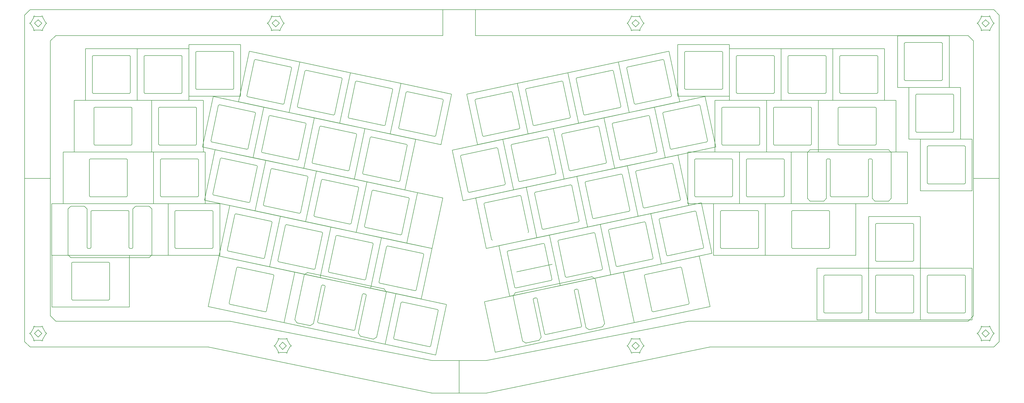
<source format=gbr>
G04 #@! TF.GenerationSoftware,KiCad,Pcbnew,(5.1.5)-3*
G04 #@! TF.CreationDate,2020-04-11T10:21:21+07:00*
G04 #@! TF.ProjectId,arisu,61726973-752e-46b6-9963-61645f706362,1.1*
G04 #@! TF.SameCoordinates,Original*
G04 #@! TF.FileFunction,Other,ECO2*
%FSLAX46Y46*%
G04 Gerber Fmt 4.6, Leading zero omitted, Abs format (unit mm)*
G04 Created by KiCad (PCBNEW (5.1.5)-3) date 2020-04-11 10:21:21*
%MOMM*%
%LPD*%
G04 APERTURE LIST*
%ADD10C,0.200000*%
G04 APERTURE END LIST*
D10*
X84243370Y-63547863D02*
X84012299Y-63192045D01*
X124065742Y-58006322D02*
X124421560Y-57775252D01*
X102646009Y-67152772D02*
X105432032Y-54045595D01*
X134617966Y-74255340D02*
X121510789Y-71469316D01*
X100492387Y-52995639D02*
X97706364Y-66102815D01*
X172728354Y-45986161D02*
X168767627Y-64619871D01*
X102877079Y-67508590D02*
X102646009Y-67152772D01*
X97350546Y-66333886D02*
X97350546Y-66333886D01*
X121510789Y-71469316D02*
X121279719Y-71113499D01*
X118222544Y-73351787D02*
X118222544Y-73351787D01*
X97706364Y-66102815D02*
X97350546Y-66333886D01*
X122183271Y-54718077D02*
X140816981Y-58678804D01*
X115984256Y-70294613D02*
X115984256Y-70294613D01*
X154094644Y-42025434D02*
X172728354Y-45986161D01*
X124421560Y-57775252D02*
X137528736Y-60561275D01*
X168767627Y-64619871D02*
X150133917Y-60659144D01*
X136856254Y-77312514D02*
X118222544Y-73351787D01*
X99588834Y-69391060D02*
X99588834Y-69391060D01*
X118222544Y-73351787D02*
X122183271Y-54718077D01*
X118895026Y-56600548D02*
X119126097Y-56956366D01*
X80955125Y-65430333D02*
X84915851Y-46796624D01*
X84012299Y-63192045D02*
X86798322Y-50084868D01*
X122183271Y-54718077D02*
X118222544Y-73351787D01*
X137759807Y-60917092D02*
X134973784Y-74024269D01*
X118222544Y-73351787D02*
X99588834Y-69391060D01*
X87154140Y-49853798D02*
X100261316Y-52639821D01*
X105787850Y-53814525D02*
X118895026Y-56600548D01*
X115984256Y-70294613D02*
X102877079Y-67508590D01*
X103549561Y-50757350D02*
X99588834Y-69391060D01*
X86798322Y-50084868D02*
X87154140Y-49853798D01*
X99588834Y-69391060D02*
X80955125Y-65430333D01*
X97350546Y-66333886D02*
X84243370Y-63547863D01*
X168767627Y-64619871D02*
X168767627Y-64619871D01*
X119126097Y-56956366D02*
X116340074Y-70063542D01*
X134973784Y-74024269D02*
X134617966Y-74255340D01*
X105432032Y-54045595D02*
X105787850Y-53814525D01*
X134617966Y-74255340D02*
X134617966Y-74255340D01*
X103549561Y-50757350D02*
X122183271Y-54718077D01*
X84915851Y-46796624D02*
X103549561Y-50757350D01*
X99588834Y-69391060D02*
X103549561Y-50757350D01*
X140816981Y-58678804D02*
X136856254Y-77312514D01*
X116340074Y-70063542D02*
X115984256Y-70294613D01*
X100261316Y-52639821D02*
X100492387Y-52995639D01*
X121279719Y-71113499D02*
X124065742Y-58006322D01*
X137528736Y-60561275D02*
X137759807Y-60917092D01*
X150133917Y-60659144D02*
X154094644Y-42025434D01*
X288300019Y-105394998D02*
X288300019Y-86344998D01*
X311668769Y-102869998D02*
X311668769Y-102869998D01*
X297968769Y-89169998D02*
X298268769Y-88869998D01*
X79450000Y-83520000D02*
X79150000Y-83820000D01*
X65750000Y-69820000D02*
X79150000Y-69820000D01*
X311668769Y-88869998D02*
X311968769Y-89169998D01*
X65450000Y-70120000D02*
X65750000Y-69820000D01*
X311968769Y-102569998D02*
X311668769Y-102869998D01*
X65450000Y-83520000D02*
X65450000Y-70120000D01*
X321637519Y-105394998D02*
X288300019Y-105394998D01*
X79150000Y-83820000D02*
X65750000Y-83820000D01*
X298268769Y-102869998D02*
X297968769Y-102569998D01*
X321637519Y-105394998D02*
X321637519Y-105394998D01*
X321637519Y-86344998D02*
X321637519Y-105394998D01*
X79150000Y-83820000D02*
X79150000Y-83820000D01*
X311968769Y-89169998D02*
X311968769Y-102569998D01*
X298268769Y-88869998D02*
X311668769Y-88869998D01*
X65750000Y-83820000D02*
X65450000Y-83520000D01*
X288300019Y-86344998D02*
X321637519Y-86344998D01*
X297968769Y-102569998D02*
X297968769Y-89169998D01*
X81975000Y-86345000D02*
X62925000Y-86345000D01*
X79450000Y-70120000D02*
X79450000Y-83520000D01*
X79150000Y-69820000D02*
X79450000Y-70120000D01*
X39556250Y-83820000D02*
X39256250Y-83520000D01*
X62925000Y-67295000D02*
X62925000Y-86345000D01*
X29587500Y-67295000D02*
X62925000Y-67295000D01*
X29587500Y-86345000D02*
X29587500Y-67295000D01*
X62925000Y-86345000D02*
X29587500Y-86345000D01*
X52956250Y-83820000D02*
X52956250Y-83820000D01*
X53256250Y-83520000D02*
X52956250Y-83820000D01*
X53256250Y-70120000D02*
X53256250Y-83520000D01*
X25422500Y-105395000D02*
X53997500Y-105395000D01*
X46410000Y-121920000D02*
X46410000Y-121920000D01*
X46710000Y-121620000D02*
X46410000Y-121920000D01*
X46710000Y-108220000D02*
X46710000Y-121620000D01*
X39556250Y-69820000D02*
X52956250Y-69820000D01*
X39256250Y-83520000D02*
X39256250Y-70120000D01*
X53997500Y-124445000D02*
X53997500Y-124445000D01*
X25422500Y-124445000D02*
X25422500Y-105395000D01*
X52956250Y-83820000D02*
X39556250Y-83820000D01*
X53997500Y-124445000D02*
X25422500Y-124445000D01*
X311668769Y-102869998D02*
X298268769Y-102869998D01*
X53997500Y-105395000D02*
X53997500Y-124445000D01*
X62925000Y-86345000D02*
X62925000Y-86345000D01*
X52956250Y-69820000D02*
X53256250Y-70120000D01*
X39256250Y-70120000D02*
X39556250Y-69820000D01*
X92440000Y-30519615D02*
X92440000Y-43919615D01*
X78450000Y-64770000D02*
X65050000Y-64770000D01*
X92140000Y-30219615D02*
X92440000Y-30519615D01*
X62225000Y-67295000D02*
X62225000Y-48245000D01*
X81275000Y-67295000D02*
X62225000Y-67295000D01*
X78450000Y-64770000D02*
X78450000Y-64770000D01*
X78750000Y-64470000D02*
X78450000Y-64770000D01*
X78750000Y-51070000D02*
X78750000Y-64470000D01*
X78450000Y-50770000D02*
X78750000Y-51070000D01*
X78440000Y-30519615D02*
X78740000Y-30219615D01*
X65050000Y-50770000D02*
X78450000Y-50770000D01*
X64750000Y-51070000D02*
X65050000Y-50770000D01*
X65050000Y-64770000D02*
X64750000Y-64470000D01*
X75915000Y-46744615D02*
X75915000Y-27694615D01*
X92140000Y-44219615D02*
X92140000Y-44219615D01*
X78740000Y-30219615D02*
X92140000Y-30219615D01*
X94965000Y-27694615D02*
X94965000Y-46744615D01*
X92440000Y-43919615D02*
X92140000Y-44219615D01*
X94965000Y-46744615D02*
X75915000Y-46744615D01*
X75915000Y-27694615D02*
X94965000Y-27694615D01*
X64750000Y-64470000D02*
X64750000Y-51070000D01*
X94965000Y-46744615D02*
X94965000Y-46744615D01*
X78440000Y-43919615D02*
X78440000Y-30519615D01*
X275095000Y-46744615D02*
X256045000Y-46744615D01*
X272570000Y-30519615D02*
X272570000Y-43919615D01*
X272270000Y-30219615D02*
X272570000Y-30519615D01*
X164661560Y-139068058D02*
X164661560Y-139068058D01*
X167572331Y-125373993D02*
X167803401Y-125729811D01*
X151323313Y-135926217D02*
X154109336Y-122819040D01*
X87008873Y-105668295D02*
X114959441Y-111609367D01*
X167803401Y-125729811D02*
X165017378Y-138836987D01*
X166899849Y-142125232D02*
X166899849Y-142125232D01*
X272270000Y-44219615D02*
X258870000Y-44219615D01*
X148266139Y-138164505D02*
X152226866Y-119530795D01*
X154465154Y-122587970D02*
X167572331Y-125373993D01*
X256045000Y-46744615D02*
X256045000Y-27694615D01*
X272270000Y-44219615D02*
X272270000Y-44219615D01*
X258570000Y-30519615D02*
X258870000Y-30219615D01*
X164661560Y-139068058D02*
X151554384Y-136282035D01*
X170860576Y-123491522D02*
X166899849Y-142125232D01*
X258570000Y-43919615D02*
X258570000Y-30519615D01*
X114959441Y-111609367D02*
X110998723Y-130243079D01*
X166899849Y-142125232D02*
X148266139Y-138164505D01*
X165017378Y-138836987D02*
X164661560Y-139068058D01*
X110998723Y-130243079D02*
X110998723Y-130243079D01*
X151554384Y-136282035D02*
X151323313Y-135926217D01*
X272570000Y-43919615D02*
X272270000Y-44219615D01*
X258870000Y-30219615D02*
X272270000Y-30219615D01*
X258870000Y-44219615D02*
X258570000Y-43919615D01*
X152226866Y-119530795D02*
X170860576Y-123491522D01*
X154109336Y-122819040D02*
X154465154Y-122587970D01*
X231893731Y-56955664D02*
X232124802Y-56599846D01*
X275095000Y-29195000D02*
X294145000Y-29195000D01*
X256045000Y-27694615D02*
X275095000Y-27694615D01*
X270064699Y-65429650D02*
X270064699Y-65429650D01*
X291320000Y-45720000D02*
X277920000Y-45720000D01*
X228836558Y-54717374D02*
X247470270Y-50756656D01*
X263865691Y-49853112D02*
X264221509Y-50084183D01*
X266776455Y-63547178D02*
X266776455Y-63547178D01*
X264221509Y-50084183D02*
X267007526Y-63191360D01*
X232797276Y-73351086D02*
X228836558Y-54717374D01*
X238153503Y-52736987D02*
X234192785Y-34103275D01*
X277920000Y-31720000D02*
X291320000Y-31720000D01*
X250758514Y-52639129D02*
X263865691Y-49853112D01*
X235035566Y-70293913D02*
X234679748Y-70062842D01*
X240391793Y-49679813D02*
X240035975Y-49448743D01*
X253498971Y-46893797D02*
X253498971Y-46893797D01*
X248142743Y-67507896D02*
X248142743Y-67507896D01*
X256787215Y-48776269D02*
X256787215Y-48776269D01*
X253730042Y-46537979D02*
X253498971Y-46893797D01*
X277620000Y-32020000D02*
X277920000Y-31720000D01*
X253498971Y-46893797D02*
X240391793Y-49679813D01*
X294145000Y-48245000D02*
X275095000Y-48245000D01*
X247470270Y-50756656D02*
X266103981Y-46795939D01*
X250588207Y-33199730D02*
X250944025Y-33430801D01*
X275095000Y-27694615D02*
X275095000Y-46744615D01*
X243298869Y-87706394D02*
X240512852Y-74599216D01*
X234679748Y-70062842D02*
X231893731Y-56955664D01*
X275095000Y-48245000D02*
X275095000Y-29195000D01*
X256761865Y-85151448D02*
X243654687Y-87937465D01*
X266103981Y-46795939D02*
X270064699Y-65429650D01*
X251430987Y-69390368D02*
X247470270Y-50756656D01*
X270064699Y-65429650D02*
X251430987Y-69390368D01*
X267007526Y-63191360D02*
X266776455Y-63547178D01*
X250527443Y-52994946D02*
X250758514Y-52639129D01*
X253669277Y-66333195D02*
X253313460Y-66102124D01*
X248373814Y-67152078D02*
X248142743Y-67507896D01*
X294145000Y-48245000D02*
X294145000Y-48245000D01*
X266776455Y-63547178D02*
X253669277Y-66333195D01*
X277920000Y-45720000D02*
X277620000Y-45420000D01*
X256787215Y-48776269D02*
X238153503Y-52736987D01*
X251430987Y-69390368D02*
X251430987Y-69390368D01*
X240035975Y-49448743D02*
X237249959Y-36341565D01*
X247470270Y-50756656D02*
X251430987Y-69390368D01*
X251430987Y-69390368D02*
X232797276Y-73351086D01*
X245231980Y-53813830D02*
X245587797Y-54044900D01*
X232124802Y-56599846D02*
X245231980Y-53813830D01*
X237481029Y-35985747D02*
X250588207Y-33199730D01*
X291320000Y-45720000D02*
X291320000Y-45720000D01*
X252826497Y-30142557D02*
X256787215Y-48776269D01*
X237249959Y-36341565D02*
X237481029Y-35985747D01*
X250944025Y-33430801D02*
X253730042Y-46537979D01*
X291320000Y-31720000D02*
X291620000Y-32020000D01*
X234192785Y-34103275D02*
X252826497Y-30142557D01*
X294145000Y-29195000D02*
X294145000Y-48245000D01*
X291620000Y-32020000D02*
X291620000Y-45420000D01*
X243654687Y-87937465D02*
X243298869Y-87706394D01*
X248142743Y-67507896D02*
X235035566Y-70293913D01*
X291620000Y-45420000D02*
X291320000Y-45720000D01*
X240743923Y-74243398D02*
X253851101Y-71457381D01*
X240512852Y-74599216D02*
X240743923Y-74243398D01*
X253313460Y-66102124D02*
X250527443Y-52994946D01*
X275095000Y-46744615D02*
X275095000Y-46744615D01*
X245587797Y-54044900D02*
X248373814Y-67152078D01*
X277620000Y-45420000D02*
X277620000Y-32020000D01*
X116681923Y-89918507D02*
X116681923Y-89918507D01*
X156393517Y-64877819D02*
X153607493Y-77984996D01*
X117037740Y-89687436D02*
X116681923Y-89918507D01*
X106485516Y-73438419D02*
X119592693Y-76224442D01*
X106129699Y-73669489D02*
X106485516Y-73438419D01*
X85613518Y-66420517D02*
X104247228Y-70381244D01*
X98048213Y-85957780D02*
X98048213Y-85957780D01*
X84941036Y-83171757D02*
X84709966Y-82815939D01*
X142699452Y-61967049D02*
X143055269Y-61735978D01*
X139913428Y-75074225D02*
X142699452Y-61967049D01*
X103343676Y-86776666D02*
X106129699Y-73669489D01*
X155489964Y-81273241D02*
X136856254Y-77312514D01*
X153251676Y-78216066D02*
X153251676Y-78216066D01*
X156162446Y-64522001D02*
X156393517Y-64877819D01*
X98048213Y-85957780D02*
X84941036Y-83171757D01*
X116681923Y-89918507D02*
X103574746Y-87132484D01*
X136856254Y-77312514D02*
X136856254Y-77312514D01*
X104247228Y-70381244D02*
X100286501Y-89014954D01*
X122880938Y-74341971D02*
X118920211Y-92975681D01*
X104247228Y-70381244D02*
X122880938Y-74341971D01*
X118920211Y-92975681D02*
X100286501Y-89014954D01*
X136856254Y-77312514D02*
X140816981Y-58678804D01*
X143055269Y-61735978D02*
X156162446Y-64522001D01*
X119823764Y-76580260D02*
X117037740Y-89687436D01*
X119592693Y-76224442D02*
X119823764Y-76580260D01*
X153607493Y-77984996D02*
X153251676Y-78216066D01*
X103574746Y-87132484D02*
X103343676Y-86776666D01*
X100286501Y-89014954D02*
X81652791Y-85054227D01*
X81652791Y-85054227D02*
X85613518Y-66420517D01*
X140816981Y-58678804D02*
X159450691Y-62639531D01*
X100286501Y-89014954D02*
X100286501Y-89014954D01*
X98404031Y-85726709D02*
X98048213Y-85957780D01*
X155489964Y-81273241D02*
X155489964Y-81273241D01*
X100958983Y-72263715D02*
X101190054Y-72619533D01*
X159450691Y-62639531D02*
X155489964Y-81273241D01*
X84709966Y-82815939D02*
X87495989Y-69708762D01*
X140144499Y-75430043D02*
X139913428Y-75074225D01*
X90066047Y-103430007D02*
X92852070Y-90322830D01*
X87495989Y-69708762D02*
X87851807Y-69477692D01*
X90297118Y-103785825D02*
X90066047Y-103430007D01*
X87851807Y-69477692D02*
X100958983Y-72263715D01*
X103404294Y-106571848D02*
X90297118Y-103785825D01*
X118920211Y-92975681D02*
X118920211Y-92975681D01*
X100286501Y-89014954D02*
X104247228Y-70381244D01*
X101190054Y-72619533D02*
X98404031Y-85726709D01*
X153251676Y-78216066D02*
X140144499Y-75430043D01*
X154094642Y-42025443D02*
X150133915Y-60659153D01*
X150133915Y-60659153D02*
X131500205Y-56698426D01*
X147895627Y-57601979D02*
X147895627Y-57601979D01*
X150806397Y-43907914D02*
X151037468Y-44263732D01*
X134557380Y-54460138D02*
X137343403Y-41352962D01*
X166529339Y-61562697D02*
X166529339Y-61562697D01*
X166885156Y-61331626D02*
X166529339Y-61562697D01*
X169671180Y-48224450D02*
X166885156Y-61331626D01*
X169440109Y-47868632D02*
X169671180Y-48224450D01*
X148251445Y-57370908D02*
X147895627Y-57601979D01*
X131500205Y-56698426D02*
X135460932Y-38064717D01*
X153422162Y-58776674D02*
X153191091Y-58420856D01*
X137343403Y-41352962D02*
X137699221Y-41121891D01*
X166529339Y-61562697D02*
X153422162Y-58776674D01*
X150133915Y-60659153D02*
X150133915Y-60659153D01*
X134788450Y-54815956D02*
X134557380Y-54460138D01*
X135460932Y-38064717D02*
X154094642Y-42025443D01*
X137699221Y-41121891D02*
X150806397Y-43907914D01*
X147895627Y-57601979D02*
X134788450Y-54815956D01*
X156332932Y-45082609D02*
X169440109Y-47868632D01*
X153191091Y-58420856D02*
X155977115Y-45313679D01*
X155977115Y-45313679D02*
X156332932Y-45082609D01*
X151037468Y-44263732D02*
X148251445Y-57370908D01*
X118709691Y-37392244D02*
X119065509Y-37161173D01*
X129261915Y-53641261D02*
X116154738Y-50855238D01*
X129261915Y-53641261D02*
X129261915Y-53641261D01*
X98193509Y-30143281D02*
X116827218Y-34104008D01*
X112866494Y-52737709D02*
X116827220Y-34103999D01*
X116827220Y-34103999D02*
X135460930Y-38064726D01*
X131500203Y-56698436D02*
X112866494Y-52737709D01*
X116827218Y-34104008D02*
X112866492Y-52737718D01*
X132403756Y-40303014D02*
X129617733Y-53410191D01*
X119065509Y-37161173D02*
X132172685Y-39947196D01*
X113538974Y-35986479D02*
X113770044Y-36342296D01*
X110984021Y-49449473D02*
X110628203Y-49680544D01*
X113770044Y-36342296D02*
X110984021Y-49449473D01*
X132172685Y-39947196D02*
X132403756Y-40303014D01*
X115923668Y-50499420D02*
X118709691Y-37392244D01*
X116154738Y-50855238D02*
X115923668Y-50499420D01*
X112866492Y-52737718D02*
X94232782Y-48776991D01*
X112866492Y-52737718D02*
X112866492Y-52737718D01*
X94232782Y-48776991D02*
X98193509Y-30143281D01*
X110628203Y-49680544D02*
X110628203Y-49680544D01*
X131500203Y-56698436D02*
X131500203Y-56698436D01*
X129617733Y-53410191D02*
X129261915Y-53641261D01*
X135460930Y-38064726D02*
X131500203Y-56698436D01*
X100431797Y-33200456D02*
X113538974Y-35986479D01*
X87325000Y-105395000D02*
X68275000Y-105395000D01*
X100075979Y-33431526D02*
X100431797Y-33200456D01*
X71100000Y-102870000D02*
X70800000Y-102570000D01*
X87325000Y-105395000D02*
X87325000Y-105395000D01*
X97289956Y-46538703D02*
X100075979Y-33431526D01*
X84800000Y-102570000D02*
X84500000Y-102870000D01*
X81975000Y-67295000D02*
X81975000Y-86345000D01*
X84500000Y-88870000D02*
X84800000Y-89170000D01*
X87325000Y-86345000D02*
X87325000Y-105395000D01*
X68275000Y-86345000D02*
X87325000Y-86345000D01*
X84500000Y-102870000D02*
X84500000Y-102870000D01*
X70800000Y-89170000D02*
X71100000Y-88870000D01*
X97521027Y-46894521D02*
X97289956Y-46538703D01*
X62925000Y-67295000D02*
X81975000Y-67295000D01*
X84500000Y-102870000D02*
X71100000Y-102870000D01*
X110628203Y-49680544D02*
X97521027Y-46894521D01*
X70800000Y-102570000D02*
X70800000Y-89170000D01*
X84800000Y-89170000D02*
X84800000Y-102570000D01*
X71100000Y-88870000D02*
X84500000Y-88870000D01*
X68275000Y-105395000D02*
X68275000Y-86345000D01*
X81975000Y-86345000D02*
X81975000Y-86345000D01*
X62925000Y-86345000D02*
X62925000Y-67295000D01*
X198305783Y-83570605D02*
X201091800Y-96677783D01*
X184611717Y-86481369D02*
X184842788Y-86125551D01*
X187397734Y-99588547D02*
X184611717Y-86481369D01*
X200188255Y-80282361D02*
X218821967Y-76321644D01*
X209788729Y-108733601D02*
X196681551Y-111519618D01*
X222782685Y-94955355D02*
X222782685Y-94955355D01*
X206031445Y-95627829D02*
X203245429Y-82520651D01*
X219494441Y-93072883D02*
X219494441Y-93072883D01*
X204148973Y-98916073D02*
X200188255Y-80282361D01*
X216939495Y-79609888D02*
X219725512Y-92717065D01*
X203245429Y-82520651D02*
X203476499Y-82164834D01*
X241416397Y-90994638D02*
X241416397Y-90994638D01*
X206387263Y-95858900D02*
X206031445Y-95627829D01*
X204148973Y-98916073D02*
X185515261Y-102876791D01*
X216583677Y-79378817D02*
X216939495Y-79609888D01*
X203476499Y-82164834D02*
X216583677Y-79378817D01*
X200860729Y-97033601D02*
X200860729Y-97033601D01*
X197949966Y-83339535D02*
X198305783Y-83570605D01*
X222782685Y-94955355D02*
X204148973Y-98916073D01*
X184842788Y-86125551D02*
X197949966Y-83339535D01*
X181554544Y-84243079D02*
X200188255Y-80282361D01*
X218821967Y-76321644D02*
X222782685Y-94955355D01*
X219725512Y-92717065D02*
X219494441Y-93072883D01*
X200188255Y-80282361D02*
X204148973Y-98916073D01*
X185515261Y-102876791D02*
X181554544Y-84243079D01*
X219494441Y-93072883D02*
X206387263Y-95858900D01*
X201091800Y-96677783D02*
X200860729Y-97033601D01*
X187753551Y-99819618D02*
X187397734Y-99588547D01*
X268669230Y-104677472D02*
X250035518Y-108638190D01*
X262826040Y-89332004D02*
X265612057Y-102439182D01*
X230498262Y-96203485D02*
X230729332Y-95847668D01*
X250035518Y-108638190D02*
X231401806Y-112598907D01*
X254206919Y-71688452D02*
X256992935Y-84795630D01*
X237455679Y-72360926D02*
X256089391Y-68400208D01*
X241416397Y-90994638D02*
X237455679Y-72360926D01*
X222782685Y-94955355D02*
X218821967Y-76321644D01*
X264708512Y-86043760D02*
X268669230Y-104677472D01*
X246747274Y-106755717D02*
X246747274Y-106755717D01*
X235217389Y-75418099D02*
X235573207Y-75649170D01*
X231401806Y-112598907D02*
X231401806Y-112598907D01*
X265380986Y-102795000D02*
X252273808Y-105581016D01*
X235573207Y-75649170D02*
X238359224Y-88756348D01*
X222110211Y-78204116D02*
X235217389Y-75418099D01*
X246747274Y-106755717D02*
X233640096Y-109541734D01*
X228113562Y-110716435D02*
X228113562Y-110716435D01*
X228344633Y-110360617D02*
X228113562Y-110716435D01*
X250035518Y-108638190D02*
X250035518Y-108638190D01*
X256089391Y-68400208D02*
X260050109Y-87033920D01*
X249363044Y-91886950D02*
X262470222Y-89100933D01*
X227441088Y-93965196D02*
X246074800Y-90004478D01*
X268669230Y-104677472D02*
X268669230Y-104677472D01*
X250035518Y-108638190D02*
X246074800Y-90004478D01*
X252273808Y-105581016D02*
X251917990Y-105349946D01*
X231401806Y-112598907D02*
X227441088Y-93965196D01*
X253851101Y-71457381D02*
X254206919Y-71688452D01*
X262470222Y-89100933D02*
X262826040Y-89332004D01*
X221879140Y-78559934D02*
X222110211Y-78204116D01*
X224665157Y-91667111D02*
X221879140Y-78559934D01*
X212768094Y-116559625D02*
X208807377Y-97925913D01*
X230729332Y-95847668D02*
X243836510Y-93061651D01*
X225202799Y-97022369D02*
X225558616Y-97253440D01*
X211864550Y-100164203D02*
X212095621Y-99808385D01*
X265380986Y-102795000D02*
X265380986Y-102795000D01*
X244192328Y-93292722D02*
X246978345Y-106399900D01*
X233640096Y-109541734D02*
X233284278Y-109310663D01*
X228113562Y-110716435D02*
X215006384Y-113502452D01*
X256992935Y-84795630D02*
X256761865Y-85151448D01*
X225020975Y-91898182D02*
X224665157Y-91667111D01*
X227441088Y-93965196D02*
X231401806Y-112598907D01*
X208807377Y-97925913D02*
X227441088Y-93965196D01*
X243836510Y-93061651D02*
X244192328Y-93292722D01*
X231401806Y-112598907D02*
X212768094Y-116559625D01*
X212095621Y-99808385D02*
X225202799Y-97022369D01*
X237455679Y-72360926D02*
X241416397Y-90994638D01*
X233284278Y-109310663D02*
X230498262Y-96203485D01*
X218821967Y-76321644D02*
X237455679Y-72360926D01*
X241416397Y-90994638D02*
X222782685Y-94955355D01*
X238128153Y-89112166D02*
X238128153Y-89112166D01*
X238359224Y-88756348D02*
X238128153Y-89112166D01*
X251917990Y-105349946D02*
X249131973Y-92242768D01*
X238128153Y-89112166D02*
X225020975Y-91898182D01*
X265612057Y-102439182D02*
X265380986Y-102795000D01*
X260050109Y-87033920D02*
X241416397Y-90994638D01*
X225558616Y-97253440D02*
X228344633Y-110360617D01*
X214650567Y-113271381D02*
X211864550Y-100164203D01*
X215006384Y-113502452D02*
X214650567Y-113271381D01*
X260050109Y-87033920D02*
X260050109Y-87033920D01*
X246074800Y-90004478D02*
X264708512Y-86043760D01*
X246978345Y-106399900D02*
X246747274Y-106755717D01*
X249131973Y-92242768D02*
X249363044Y-91886950D01*
X246074800Y-90004478D02*
X250035518Y-108638190D01*
X256761865Y-85151448D02*
X256761865Y-85151448D01*
X364499949Y-62532519D02*
X364499949Y-81582519D01*
X68275000Y-105395000D02*
X25412500Y-105395000D01*
X40143750Y-88870000D02*
X39843747Y-89169982D01*
X61281737Y-87284998D02*
X61281737Y-87284998D01*
X62281741Y-88285001D02*
X61281737Y-87284998D01*
X61281737Y-106224992D02*
X62281741Y-105224988D01*
X55281738Y-88285001D02*
X55281738Y-102569982D01*
X61281737Y-87284998D02*
X56281741Y-87284998D01*
X348274949Y-79057519D02*
X347974949Y-78757519D01*
X169465202Y-84243791D02*
X165504439Y-102877493D01*
X347974949Y-65357519D02*
X348274949Y-65057519D01*
X38405743Y-102569982D02*
X38405743Y-88285001D01*
X56281741Y-87284998D02*
X55281738Y-88285001D01*
X364499949Y-81582519D02*
X345449949Y-81582519D01*
X347974949Y-78757519D02*
X347974949Y-65357519D01*
X31405739Y-88285001D02*
X31405739Y-103869989D01*
X62281741Y-105224988D02*
X62281741Y-103869989D01*
X165504439Y-102877493D02*
X165504439Y-102877493D01*
X31405739Y-103869989D02*
X31405739Y-105224988D01*
X38405743Y-88285001D02*
X37405739Y-87284998D01*
X55281738Y-102569982D02*
X54981737Y-102869985D01*
X348274949Y-65057519D02*
X361674949Y-65057519D01*
X53543752Y-88870000D02*
X40143750Y-88870000D01*
X54143754Y-102869985D02*
X53843755Y-102569982D01*
X361974949Y-65357519D02*
X361974949Y-78757519D01*
X364499949Y-81582519D02*
X364499949Y-81582519D01*
X37405739Y-106224992D02*
X56281741Y-106224992D01*
X39843747Y-102569982D02*
X39543749Y-102869985D01*
X56281741Y-106224992D02*
X61281737Y-106224992D01*
X204179224Y-121273359D02*
X206965234Y-134380538D01*
X203823406Y-121042284D02*
X204179224Y-121273359D01*
X200081698Y-137770771D02*
X204972432Y-136731216D01*
X345449949Y-62532519D02*
X364499949Y-62532519D01*
X68275000Y-86345000D02*
X68275000Y-105395000D01*
X38705743Y-102869985D02*
X38405743Y-102569982D01*
X345449949Y-81582519D02*
X345449949Y-62532519D01*
X39543749Y-102869985D02*
X38705743Y-102869985D01*
X53843755Y-89169982D02*
X53543752Y-88870000D01*
X361674949Y-79057519D02*
X361674949Y-79057519D01*
X203003735Y-121216510D02*
X203823406Y-121042284D01*
X39843747Y-89169982D02*
X39843747Y-102569982D01*
X25412500Y-105395000D02*
X25412500Y-86345000D01*
X32405743Y-106224992D02*
X37405739Y-106224992D01*
X37405739Y-87284998D02*
X32405743Y-87284998D01*
X54981737Y-102869985D02*
X54143754Y-102869985D01*
X361674949Y-65057519D02*
X361974949Y-65357519D01*
X202772664Y-121572331D02*
X203003735Y-121216510D01*
X205742672Y-135545152D02*
X202772664Y-121572331D01*
X204972432Y-136731216D02*
X205742672Y-135545152D01*
X68275000Y-105395000D02*
X68275000Y-105395000D01*
X25412500Y-86345000D02*
X68275000Y-86345000D01*
X62281741Y-103869989D02*
X62281741Y-88285001D01*
X31405739Y-105224988D02*
X32405743Y-106224992D01*
X361674949Y-79057519D02*
X348274949Y-79057519D01*
X53843755Y-102569982D02*
X53843755Y-89169982D01*
X361974949Y-78757519D02*
X361674949Y-79057519D01*
X32405743Y-87284998D02*
X31405739Y-88285001D01*
X196372673Y-117463170D02*
X196016855Y-117232099D01*
X257114108Y-109714984D02*
X257469926Y-109946055D01*
X315430000Y-64770000D02*
X315130000Y-64470000D01*
X267971544Y-124301344D02*
X240020976Y-130242420D01*
X307842500Y-67295000D02*
X307842500Y-48245000D01*
X288300019Y-105394998D02*
X269250019Y-105394998D01*
X278775000Y-67295000D02*
X297825000Y-67295000D01*
X269250019Y-86344998D02*
X288300019Y-86344998D01*
X297825000Y-67295000D02*
X297825000Y-86345000D01*
X329130000Y-51070000D02*
X329130000Y-64470000D01*
X240020976Y-130242420D02*
X236060259Y-111608708D01*
X328830000Y-64770000D02*
X328830000Y-64770000D01*
X190173665Y-101886631D02*
X208807377Y-97925913D01*
X236060259Y-111608708D02*
X264010826Y-105667632D01*
X336417500Y-48245000D02*
X336417500Y-67295000D01*
X329130000Y-64470000D02*
X328830000Y-64770000D01*
X160148394Y-82263433D02*
X169465202Y-84243791D01*
X278775000Y-86345000D02*
X278775000Y-67295000D01*
X212768094Y-116559625D02*
X212768094Y-116559625D01*
X206924905Y-101214157D02*
X209710921Y-114321335D01*
X243775860Y-112856819D02*
X244006931Y-112501001D01*
X271775019Y-102569998D02*
X271775019Y-89169998D01*
X272075019Y-102869998D02*
X271775019Y-102569998D01*
X272075019Y-88869998D02*
X285475019Y-88869998D01*
X206569087Y-100983086D02*
X206924905Y-101214157D01*
X193461909Y-103769103D02*
X206569087Y-100983086D01*
X260024872Y-123409051D02*
X246917694Y-126195068D01*
X244006931Y-112501001D02*
X257114108Y-109714984D01*
X196016855Y-117232099D02*
X193230838Y-104124921D01*
X267971544Y-124301344D02*
X267971544Y-124301344D01*
X264010826Y-105667632D02*
X267971544Y-124301344D01*
X315130000Y-64470000D02*
X315130000Y-51070000D01*
X260024872Y-123409051D02*
X260024872Y-123409051D01*
X260255943Y-123053233D02*
X260024872Y-123409051D01*
X315430000Y-50770000D02*
X328830000Y-50770000D01*
X297825000Y-86345000D02*
X278775000Y-86345000D01*
X285775019Y-102569998D02*
X285475019Y-102869998D01*
X336417500Y-67295000D02*
X336417500Y-67295000D01*
X271775019Y-89169998D02*
X272075019Y-88869998D01*
X288300019Y-105394998D02*
X288300019Y-105394998D01*
X288300019Y-86344998D02*
X288300019Y-105394998D01*
X297825000Y-86345000D02*
X297825000Y-86345000D01*
X315130000Y-51070000D02*
X315430000Y-50770000D01*
X156187631Y-100897135D02*
X160148394Y-82263433D01*
X165504439Y-102877493D02*
X156187631Y-100897135D01*
X307842500Y-48245000D02*
X336417500Y-48245000D01*
X328830000Y-64770000D02*
X315430000Y-64770000D01*
X285775019Y-89169998D02*
X285775019Y-102569998D01*
X285475019Y-102869998D02*
X272075019Y-102869998D01*
X269250019Y-105394998D02*
X269250019Y-86344998D01*
X193230838Y-104124921D02*
X193461909Y-103769103D01*
X246917694Y-126195068D02*
X246561876Y-125963997D01*
X257469926Y-109946055D02*
X260255943Y-123053233D01*
X336417500Y-67295000D02*
X307842500Y-67295000D01*
X285475019Y-88869998D02*
X285775019Y-89169998D01*
X208807377Y-97925913D02*
X212768094Y-116559625D01*
X285475019Y-102869998D02*
X285475019Y-102869998D01*
X194134383Y-120520343D02*
X190173665Y-101886631D01*
X212768094Y-116559625D02*
X194134383Y-120520343D01*
X209479850Y-114677153D02*
X196372673Y-117463170D01*
X328830000Y-50770000D02*
X329130000Y-51070000D01*
X209479850Y-114677153D02*
X209479850Y-114677153D01*
X209710921Y-114321335D02*
X209479850Y-114677153D01*
X246561876Y-125963997D02*
X243775860Y-112856819D01*
X307835000Y-48245000D02*
X307835000Y-67295000D01*
X295000000Y-69820000D02*
X295300000Y-70120000D01*
X281600000Y-69820000D02*
X295000000Y-69820000D01*
X281300000Y-83520000D02*
X281300000Y-70120000D01*
X278775000Y-67295000D02*
X278775000Y-86345000D01*
X269735000Y-67295000D02*
X269735000Y-48245000D01*
X361974949Y-112982503D02*
X361974949Y-126382503D01*
X259725000Y-67295000D02*
X278775000Y-67295000D01*
X275950000Y-83820000D02*
X275950000Y-83820000D01*
X305010000Y-64770000D02*
X291610000Y-64770000D01*
X291310000Y-64470000D02*
X291310000Y-51070000D01*
X345449949Y-129207503D02*
X345449949Y-110157503D01*
X276250000Y-83520000D02*
X275950000Y-83820000D01*
X285960000Y-64770000D02*
X272560000Y-64770000D01*
X262550000Y-83820000D02*
X262250000Y-83520000D01*
X291610000Y-64770000D02*
X291310000Y-64470000D01*
X269735000Y-48245000D02*
X288785000Y-48245000D01*
X307835000Y-67295000D02*
X307835000Y-67295000D01*
X275950000Y-69820000D02*
X276250000Y-70120000D01*
X275950000Y-83820000D02*
X262550000Y-83820000D01*
X305010000Y-64770000D02*
X305010000Y-64770000D01*
X364499949Y-129207503D02*
X364499949Y-129207503D01*
X291310000Y-51070000D02*
X291610000Y-50770000D01*
X348274949Y-126682503D02*
X347974949Y-126382503D01*
X288785000Y-67295000D02*
X269735000Y-67295000D01*
X285960000Y-64770000D02*
X285960000Y-64770000D01*
X259725000Y-86345000D02*
X259725000Y-67295000D01*
X305010000Y-50770000D02*
X305310000Y-51070000D01*
X295000000Y-83820000D02*
X281600000Y-83820000D01*
X288785000Y-48245000D02*
X288785000Y-67295000D01*
X285960000Y-50770000D02*
X286260000Y-51070000D01*
X278775000Y-86345000D02*
X278775000Y-86345000D01*
X276250000Y-70120000D02*
X276250000Y-83520000D01*
X272260000Y-64470000D02*
X272260000Y-51070000D01*
X288785000Y-67295000D02*
X288785000Y-67295000D01*
X288785000Y-48245000D02*
X307835000Y-48245000D01*
X348274949Y-112682503D02*
X361674949Y-112682503D01*
X286260000Y-64470000D02*
X285960000Y-64770000D01*
X361974949Y-126382503D02*
X361674949Y-126682503D01*
X364499949Y-129207503D02*
X345449949Y-129207503D01*
X361674949Y-126682503D02*
X361674949Y-126682503D01*
X262250000Y-83520000D02*
X262250000Y-70120000D01*
X305310000Y-64470000D02*
X305010000Y-64770000D01*
X272560000Y-50770000D02*
X285960000Y-50770000D01*
X262550000Y-69820000D02*
X275950000Y-69820000D01*
X307835000Y-67295000D02*
X288785000Y-67295000D01*
X262250000Y-70120000D02*
X262550000Y-69820000D01*
X272260000Y-51070000D02*
X272560000Y-50770000D01*
X347974949Y-112982503D02*
X348274949Y-112682503D01*
X272560000Y-64770000D02*
X272260000Y-64470000D01*
X291610000Y-50770000D02*
X305010000Y-50770000D01*
X286260000Y-51070000D02*
X286260000Y-64470000D01*
X345449949Y-110157503D02*
X364499949Y-110157503D01*
X364499949Y-110157503D02*
X364499949Y-129207503D01*
X347974949Y-126382503D02*
X347974949Y-112982503D01*
X295000000Y-83820000D02*
X295000000Y-83820000D01*
X361674949Y-112682503D02*
X361974949Y-112982503D01*
X295300000Y-83520000D02*
X295000000Y-83820000D01*
X278775000Y-86345000D02*
X259725000Y-86345000D01*
X295300000Y-70120000D02*
X295300000Y-83520000D01*
X281600000Y-83820000D02*
X281300000Y-83520000D01*
X288785000Y-67295000D02*
X288785000Y-48245000D01*
X305310000Y-51070000D02*
X305310000Y-64470000D01*
X281300000Y-70120000D02*
X281600000Y-69820000D01*
X294145000Y-48245000D02*
X294145000Y-29195000D01*
X310670000Y-45420000D02*
X310370000Y-45720000D01*
X313195000Y-48245000D02*
X313195000Y-48245000D01*
X353532542Y-27257509D02*
X353532542Y-40657509D01*
X353232542Y-26957509D02*
X353532542Y-27257509D01*
X353232542Y-40957509D02*
X339832542Y-40957509D01*
X332245000Y-29195000D02*
X332245000Y-48245000D01*
X313195000Y-29195000D02*
X313195000Y-48245000D01*
X313195000Y-48245000D02*
X313195000Y-29195000D01*
X339832542Y-26957509D02*
X353232542Y-26957509D01*
X332245000Y-48245000D02*
X332245000Y-48245000D01*
X339532542Y-27257509D02*
X339832542Y-26957509D01*
X329720000Y-32020000D02*
X329720000Y-45420000D01*
X315720000Y-45420000D02*
X315720000Y-32020000D01*
X294145000Y-29195000D02*
X313195000Y-29195000D01*
X310370000Y-45720000D02*
X310370000Y-45720000D01*
X316020000Y-31720000D02*
X329420000Y-31720000D01*
X339532542Y-40657509D02*
X339532542Y-27257509D01*
X329720000Y-45420000D02*
X329420000Y-45720000D01*
X329420000Y-45720000D02*
X316020000Y-45720000D01*
X332245000Y-48245000D02*
X313195000Y-48245000D01*
X313195000Y-48245000D02*
X294145000Y-48245000D01*
X339832542Y-40957509D02*
X339532542Y-40657509D01*
X313195000Y-29195000D02*
X332245000Y-29195000D01*
X329420000Y-45720000D02*
X329420000Y-45720000D01*
X329420000Y-31720000D02*
X329720000Y-32020000D01*
X315720000Y-32020000D02*
X316020000Y-31720000D01*
X316020000Y-45720000D02*
X315720000Y-45420000D01*
X323574949Y-112682503D02*
X323874949Y-112982503D01*
X343705000Y-46307516D02*
X344005000Y-46007516D01*
X356057542Y-24432509D02*
X356057542Y-43482509D01*
X310174949Y-126682503D02*
X309874949Y-126382503D01*
X307349949Y-129207503D02*
X307349949Y-110157503D01*
X360230000Y-62532516D02*
X341180000Y-62532516D01*
X345449949Y-129207503D02*
X345449949Y-129207503D01*
X326399949Y-91107503D02*
X345449949Y-91107503D01*
X345449949Y-110157503D02*
X326399949Y-110157503D01*
X357405000Y-60007516D02*
X357405000Y-60007516D01*
X328924949Y-107332503D02*
X328924949Y-93932503D01*
X353532542Y-40657509D02*
X353232542Y-40957509D01*
X342624949Y-126682503D02*
X329224949Y-126682503D01*
X326399949Y-110157503D02*
X326399949Y-91107503D01*
X342924949Y-93932503D02*
X342924949Y-107332503D01*
X357405000Y-60007516D02*
X344005000Y-60007516D01*
X360230000Y-43482516D02*
X360230000Y-62532516D01*
X323574949Y-126682503D02*
X310174949Y-126682503D01*
X307349949Y-110157503D02*
X326399949Y-110157503D01*
X326399949Y-129207503D02*
X307349949Y-129207503D01*
X342624949Y-93632503D02*
X342924949Y-93932503D01*
X337007542Y-43482509D02*
X337007542Y-24432509D01*
X323574949Y-126682503D02*
X323574949Y-126682503D01*
X345449949Y-91107503D02*
X345449949Y-110157503D01*
X342624949Y-126682503D02*
X342624949Y-126682503D01*
X353232542Y-40957509D02*
X353232542Y-40957509D01*
X323874949Y-112982503D02*
X323874949Y-126382503D01*
X337007542Y-24432509D02*
X356057542Y-24432509D01*
X310174949Y-112682503D02*
X323574949Y-112682503D01*
X309874949Y-126382503D02*
X309874949Y-112982503D01*
X342624949Y-112682503D02*
X342924949Y-112982503D01*
X344005000Y-46007516D02*
X357405000Y-46007516D01*
X328924949Y-126382503D02*
X328924949Y-112982503D01*
X342624949Y-107632503D02*
X329224949Y-107632503D01*
X345449949Y-110157503D02*
X345449949Y-129207503D01*
X357705000Y-46307516D02*
X357705000Y-59707516D01*
X344005000Y-60007516D02*
X343705000Y-59707516D01*
X326399949Y-110157503D02*
X345449949Y-110157503D01*
X345449949Y-129207503D02*
X326399949Y-129207503D01*
X329224949Y-107632503D02*
X328924949Y-107332503D01*
X342924949Y-126382503D02*
X342624949Y-126682503D01*
X342924949Y-107332503D02*
X342624949Y-107632503D01*
X357405000Y-46007516D02*
X357705000Y-46307516D01*
X329224949Y-112682503D02*
X342624949Y-112682503D01*
X342924949Y-112982503D02*
X342924949Y-126382503D01*
X328924949Y-112982503D02*
X329224949Y-112682503D01*
X343705000Y-59707516D02*
X343705000Y-46307516D01*
X329224949Y-126682503D02*
X328924949Y-126382503D01*
X341180000Y-62532516D02*
X341180000Y-43482516D01*
X342624949Y-107632503D02*
X342624949Y-107632503D01*
X345449949Y-110157503D02*
X345449949Y-110157503D01*
X341180000Y-43482516D02*
X360230000Y-43482516D01*
X328924949Y-93932503D02*
X329224949Y-93632503D01*
X329224949Y-93632503D02*
X342624949Y-93632503D01*
X356057542Y-43482509D02*
X356057542Y-43482509D01*
X361674949Y-126682503D02*
X348274949Y-126682503D01*
X326399949Y-129207503D02*
X326399949Y-129207503D01*
X326399949Y-110157503D02*
X326399949Y-129207503D01*
X309874949Y-112982503D02*
X310174949Y-112682503D01*
X323874949Y-126382503D02*
X323574949Y-126682503D01*
X357705000Y-59707516D02*
X357405000Y-60007516D01*
X326399949Y-129207503D02*
X326399949Y-110157503D01*
X360230000Y-62532516D02*
X360230000Y-62532516D01*
X356057542Y-43482509D02*
X337007542Y-43482509D01*
X175509854Y-156209497D02*
X175509854Y-156209497D01*
X26909503Y-24350000D02*
X24910000Y-26350000D01*
X18846134Y-17563017D02*
X17648748Y-19636943D01*
X21605870Y-17350002D02*
X19219130Y-17350002D01*
X169509854Y-24350000D02*
X26909503Y-24350000D01*
X21605870Y-22349998D02*
X21855877Y-22600005D01*
X110834243Y-20099985D02*
X111084249Y-19850000D01*
X18719117Y-22349998D02*
X18969124Y-22600005D01*
X106504124Y-22600005D02*
X106754130Y-22349998D01*
X110711253Y-20063036D02*
X110834243Y-20099985D01*
X21978867Y-22136962D02*
X23176253Y-20063036D01*
X109640883Y-22349998D02*
X109513867Y-22136962D01*
X109390877Y-22600005D02*
X109640883Y-22349998D01*
X106754130Y-22349998D02*
X109140870Y-22349998D01*
X105183726Y-20063036D02*
X106381134Y-22136962D01*
X18969124Y-22600005D02*
X19219130Y-22349998D01*
X21855877Y-17099996D02*
X21605870Y-17350002D01*
X104810751Y-19850000D02*
X105060736Y-20099985D01*
X105183748Y-19636943D02*
X105060736Y-19599994D01*
X106504124Y-17099996D02*
X106254117Y-17350002D01*
X21978867Y-17563038D02*
X22105883Y-17350002D01*
X106254117Y-17350002D02*
X106381134Y-17563017D01*
X22105883Y-17350002D02*
X21855877Y-17099996D01*
X109390877Y-17099996D02*
X109140870Y-17350002D01*
X110711253Y-19636964D02*
X109513867Y-17563038D01*
X23299243Y-19599994D02*
X23176253Y-19636964D01*
X23299243Y-20099985D02*
X23549249Y-19850000D01*
X21855877Y-22600005D02*
X22105883Y-22349998D01*
X106381134Y-17563017D02*
X105183748Y-19636943D01*
X106754130Y-17350002D02*
X106504124Y-17099996D01*
X109640883Y-17350002D02*
X109390877Y-17099996D01*
X109513867Y-17563038D02*
X109640883Y-17350002D01*
X110834243Y-19599994D02*
X110711253Y-19636964D01*
X17648748Y-19636943D02*
X17525736Y-19599994D01*
X23299243Y-19599994D02*
X23299243Y-19599994D01*
X23549249Y-19850000D02*
X23299243Y-19599994D01*
X23176253Y-19636964D02*
X21978867Y-17563038D01*
X17275751Y-19850000D02*
X17525736Y-20099985D01*
X17648726Y-20063036D02*
X18846134Y-22136962D01*
X23176253Y-20063036D02*
X23299243Y-20099985D01*
X18719117Y-17350002D02*
X18846134Y-17563017D01*
X22105883Y-22349998D02*
X21978867Y-22136962D01*
X19219130Y-22349998D02*
X21605870Y-22349998D01*
X18846134Y-22136962D02*
X18719117Y-22349998D01*
X19219130Y-17350002D02*
X18969124Y-17099996D01*
X106254117Y-22349998D02*
X106504124Y-22600005D01*
X109140870Y-17350002D02*
X106754130Y-17350002D01*
X110834243Y-19599994D02*
X110834243Y-19599994D01*
X106381134Y-22136962D02*
X106254117Y-22349998D01*
X111084249Y-19850000D02*
X110834243Y-19599994D01*
X109513867Y-22136962D02*
X110711253Y-20063036D01*
X109140870Y-22349998D02*
X109390877Y-22600005D01*
X18969124Y-17099996D02*
X18719117Y-17350002D01*
X105060736Y-20099985D02*
X105183726Y-20063036D01*
X105060736Y-19599994D02*
X104810751Y-19850000D01*
X17525736Y-19599994D02*
X17275751Y-19850000D01*
X17525736Y-20099985D02*
X17648726Y-20063036D01*
X237746080Y-138959262D02*
X238943487Y-141033188D01*
X237373105Y-138746226D02*
X237623090Y-138996211D01*
X372263701Y-134420539D02*
X372386691Y-134457488D01*
X366613185Y-133957497D02*
X366363200Y-134207503D01*
X367933582Y-131920520D02*
X366736196Y-133994445D01*
X365001694Y-127707424D02*
X363001694Y-129707424D01*
X243396596Y-138496220D02*
X243396596Y-138496220D01*
X365001694Y-77027916D02*
X365001694Y-127707424D01*
X374499949Y-77027916D02*
X365001694Y-77027916D01*
X371066315Y-131920541D02*
X371193332Y-131707505D01*
X366736175Y-134420539D02*
X367933582Y-136494465D01*
X372499949Y-139207503D02*
X374499949Y-137207503D01*
X239316484Y-141246224D02*
X241703224Y-141246224D01*
X368056572Y-136957508D02*
X368306578Y-136707501D01*
X368306578Y-131707505D02*
X368056572Y-131457499D01*
X243646603Y-138746226D02*
X243396596Y-138496220D01*
X371066315Y-136494465D02*
X372263701Y-134420539D01*
X370693319Y-131707505D02*
X368306578Y-131707505D01*
X242076220Y-136459264D02*
X242203237Y-136246228D01*
X366613185Y-134457488D02*
X366736175Y-134420539D01*
X243273606Y-138533190D02*
X242076220Y-136459264D01*
X370943325Y-136957508D02*
X371193332Y-136707501D01*
X367806566Y-136707501D02*
X368056572Y-136957508D01*
X241703224Y-141246224D02*
X241953230Y-141496230D01*
X371193332Y-136707501D02*
X371066315Y-136494465D01*
X238816471Y-136246228D02*
X238943487Y-136459242D01*
X238943487Y-136459242D02*
X237746101Y-138533168D01*
X238943487Y-141033188D02*
X238816471Y-141246224D01*
X368306578Y-136707501D02*
X370693319Y-136707501D01*
X237623090Y-138496220D02*
X237373105Y-138746226D01*
X241703224Y-136246228D02*
X239316484Y-136246228D01*
X267971544Y-139207503D02*
X372499949Y-139207503D01*
X185509854Y-156209497D02*
X267971544Y-139207503D01*
X175509854Y-156209497D02*
X185509854Y-156209497D01*
X243396596Y-138996211D02*
X243646603Y-138746226D01*
X237623090Y-138996211D02*
X237746080Y-138959262D01*
X367933582Y-136494465D02*
X367806566Y-136707501D01*
X237746101Y-138533168D02*
X237623090Y-138496220D01*
X242203237Y-136246228D02*
X241953230Y-135996221D01*
X239066477Y-135996221D02*
X238816471Y-136246228D01*
X370693319Y-136707501D02*
X370943325Y-136957508D01*
X242076220Y-141033188D02*
X243273606Y-138959262D01*
X242203237Y-141246224D02*
X242076220Y-141033188D01*
X241953230Y-135996221D02*
X241703224Y-136246228D01*
X370943325Y-131457499D02*
X370693319Y-131707505D01*
X372386691Y-133957497D02*
X372386691Y-133957497D01*
X371193332Y-131707505D02*
X370943325Y-131457499D01*
X243396596Y-138496220D02*
X243273606Y-138533190D01*
X372386691Y-134457488D02*
X372636697Y-134207503D01*
X368056572Y-131457499D02*
X367806566Y-131707505D01*
X366363200Y-134207503D02*
X366613185Y-134457488D01*
X175509854Y-144223886D02*
X175509854Y-156209497D01*
X374499949Y-137207503D02*
X374499949Y-77027916D01*
X239316484Y-136246228D02*
X239066477Y-135996221D01*
X366736196Y-133994445D02*
X366613185Y-133957497D01*
X185509854Y-144223886D02*
X175509854Y-144223886D01*
X259971507Y-129705824D02*
X185509854Y-144223886D01*
X239066477Y-141496230D02*
X239316484Y-141246224D01*
X372636697Y-134207503D02*
X372386691Y-133957497D01*
X238816471Y-141246224D02*
X239066477Y-141496230D01*
X363001694Y-129707424D02*
X259971507Y-129705824D01*
X243273606Y-138959262D02*
X243396596Y-138996211D01*
X367806566Y-131707505D02*
X367933582Y-131920520D01*
X241953230Y-141496230D02*
X242203237Y-141246224D01*
X107623090Y-138996211D02*
X107746080Y-138959262D01*
X107623090Y-138496220D02*
X107373105Y-138746226D01*
X23549249Y-134207503D02*
X23299243Y-133957497D01*
X17525736Y-133957497D02*
X17275751Y-134207503D01*
X17275751Y-134207503D02*
X17525736Y-134457488D01*
X18719117Y-136707501D02*
X18969124Y-136957508D01*
X18846134Y-136494465D02*
X18719117Y-136707501D01*
X372263701Y-133994467D02*
X371066315Y-131920541D01*
X113396596Y-138496220D02*
X113396596Y-138496220D01*
X83048155Y-139207503D02*
X165509854Y-156209497D01*
X24910000Y-77027912D02*
X15412500Y-77027916D01*
X372386691Y-133957497D02*
X372263701Y-133994467D01*
X21605870Y-131707505D02*
X19219130Y-131707505D01*
X175509854Y-144223886D02*
X175509854Y-144223886D01*
X109066477Y-141496230D02*
X109316484Y-141246224D01*
X21855877Y-136957508D02*
X22105883Y-136707501D01*
X26910000Y-129705824D02*
X24910000Y-127705824D01*
X113396596Y-138996211D02*
X113646603Y-138746226D01*
X17525736Y-134457488D02*
X17648726Y-134420539D01*
X18969124Y-136957508D02*
X19219130Y-136707501D01*
X109316484Y-141246224D02*
X111703224Y-141246224D01*
X107746080Y-138959262D02*
X108943487Y-141033188D01*
X107746101Y-138533168D02*
X107623090Y-138496220D01*
X108816471Y-136246228D02*
X108943487Y-136459242D01*
X109066477Y-135996221D02*
X108816471Y-136246228D01*
X22105883Y-136707501D02*
X21978867Y-136494465D01*
X19219130Y-131707505D02*
X18969124Y-131457499D01*
X21605870Y-136707501D02*
X21855877Y-136957508D01*
X17648748Y-133994445D02*
X17525736Y-133957497D01*
X18846134Y-131920520D02*
X17648748Y-133994445D01*
X111953230Y-135996221D02*
X111703224Y-136246228D01*
X18719117Y-131707505D02*
X18846134Y-131920520D01*
X15412500Y-137207503D02*
X17412500Y-139207503D01*
X113273606Y-138533190D02*
X112076220Y-136459264D01*
X21978867Y-136494465D02*
X23176253Y-134420539D01*
X113273606Y-138959262D02*
X113396596Y-138996211D01*
X107373105Y-138746226D02*
X107623090Y-138996211D01*
X175509854Y-156209497D02*
X175509854Y-144223886D01*
X108943487Y-136459242D02*
X107746101Y-138533168D01*
X17412500Y-139207503D02*
X83048155Y-139207503D01*
X109316484Y-136246228D02*
X109066477Y-135996221D01*
X24910000Y-127705824D02*
X24910000Y-77027912D01*
X91047999Y-129705824D02*
X26910000Y-129705824D01*
X112203237Y-136246228D02*
X111953230Y-135996221D01*
X165509854Y-144223886D02*
X91047999Y-129705824D01*
X23176253Y-134420539D02*
X23299243Y-134457488D01*
X112203237Y-141246224D02*
X112076220Y-141033188D01*
X111953230Y-141496230D02*
X112203237Y-141246224D01*
X112076220Y-136459264D02*
X112203237Y-136246228D01*
X113396596Y-138496220D02*
X113273606Y-138533190D01*
X23299243Y-133957497D02*
X23299243Y-133957497D01*
X111703224Y-136246228D02*
X109316484Y-136246228D01*
X23299243Y-134457488D02*
X23549249Y-134207503D01*
X17648726Y-134420539D02*
X18846134Y-136494465D01*
X18969124Y-131457499D02*
X18719117Y-131707505D01*
X175509854Y-144223886D02*
X165509854Y-144223886D01*
X165509854Y-156209497D02*
X175509854Y-156209497D01*
X108816471Y-141246224D02*
X109066477Y-141496230D01*
X19219130Y-136707501D02*
X21605870Y-136707501D01*
X108943487Y-141033188D02*
X108816471Y-141246224D01*
X15412500Y-77027916D02*
X15412500Y-137207503D01*
X113646603Y-138746226D02*
X113396596Y-138496220D01*
X112076220Y-141033188D02*
X113273606Y-138959262D01*
X111703224Y-141246224D02*
X111953230Y-141496230D01*
X374499949Y-77027916D02*
X374499949Y-16850000D01*
X181509855Y-14850000D02*
X181509854Y-24350000D01*
X374499949Y-16850000D02*
X372499949Y-14850000D01*
X181509854Y-24350000D02*
X181509854Y-24350000D01*
X372499949Y-14850000D02*
X181509855Y-14850000D01*
X365001694Y-77027916D02*
X374499949Y-77027916D01*
X372386691Y-19599994D02*
X372386691Y-19599994D01*
X15412500Y-77027916D02*
X15412500Y-16850000D01*
X372386691Y-19599994D02*
X372263701Y-19636964D01*
X24910000Y-77027912D02*
X15412500Y-77027916D01*
X367933582Y-22136962D02*
X367806566Y-22349998D01*
X366736196Y-19636943D02*
X366613185Y-19599994D01*
X370943325Y-17099996D02*
X370693319Y-17350002D01*
X243396596Y-19599994D02*
X243396596Y-19599994D01*
X243273606Y-20063036D02*
X243396596Y-20099985D01*
X237623090Y-19599994D02*
X237373105Y-19850000D01*
X372636697Y-19850000D02*
X372386691Y-19599994D01*
X243646603Y-19850000D02*
X243396596Y-19599994D01*
X242076220Y-22136962D02*
X243273606Y-20063036D01*
X238943487Y-22136962D02*
X238816471Y-22349998D01*
X366363200Y-19850000D02*
X366613185Y-20099985D01*
X237746080Y-20063036D02*
X238943487Y-22136962D01*
X370693319Y-17350002D02*
X368306578Y-17350002D01*
X237746101Y-19636943D02*
X237623090Y-19599994D01*
X372263701Y-20063036D02*
X372386691Y-20099985D01*
X366736175Y-20063036D02*
X367933582Y-22136962D01*
X238816471Y-17350002D02*
X238943487Y-17563017D01*
X371193332Y-17350002D02*
X370943325Y-17099996D01*
X368056572Y-22600005D02*
X368306578Y-22349998D01*
X365001694Y-26349690D02*
X365001694Y-77027916D01*
X243396596Y-20099985D02*
X243646603Y-19850000D01*
X239066477Y-17099996D02*
X238816471Y-17350002D01*
X17412500Y-14850000D02*
X169509855Y-14850000D01*
X241703224Y-17350002D02*
X239316484Y-17350002D01*
X368306578Y-17350002D02*
X368056572Y-17099996D01*
X169509854Y-24350000D02*
X169509854Y-24350000D01*
X367806566Y-17350002D02*
X367933582Y-17563017D01*
X242203237Y-17350002D02*
X241953230Y-17099996D01*
X15412500Y-16850000D02*
X17412500Y-14850000D01*
X24910000Y-26350000D02*
X24910000Y-77027912D01*
X368056572Y-17099996D02*
X367806566Y-17350002D01*
X237623090Y-20099985D02*
X237746080Y-20063036D01*
X368306578Y-22349998D02*
X370693319Y-22349998D01*
X243396596Y-19599994D02*
X243273606Y-19636964D01*
X169509855Y-14850000D02*
X169509854Y-24350000D01*
X371066315Y-17563038D02*
X371193332Y-17350002D01*
X372386691Y-20099985D02*
X372636697Y-19850000D01*
X371066315Y-22136962D02*
X372263701Y-20063036D01*
X366613185Y-20099985D02*
X366736175Y-20063036D01*
X370693319Y-22349998D02*
X370943325Y-22600005D01*
X241953230Y-17099996D02*
X241703224Y-17350002D01*
X366613185Y-19599994D02*
X366363200Y-19850000D01*
X237373105Y-19850000D02*
X237623090Y-20099985D01*
X242203237Y-22349998D02*
X242076220Y-22136962D01*
X238816471Y-22349998D02*
X239066477Y-22600005D01*
X371193332Y-22349998D02*
X371066315Y-22136962D01*
X367806566Y-22349998D02*
X368056572Y-22600005D01*
X181509854Y-24350000D02*
X363001694Y-24349690D01*
X363001694Y-24349690D02*
X365001694Y-26349690D01*
X241703224Y-22349998D02*
X241953230Y-22600005D01*
X367933582Y-17563017D02*
X366736196Y-19636943D01*
X370943325Y-22600005D02*
X371193332Y-22349998D01*
X241953230Y-22600005D02*
X242203237Y-22349998D01*
X242076220Y-17563038D02*
X242203237Y-17350002D01*
X239316484Y-22349998D02*
X241703224Y-22349998D01*
X239066477Y-22600005D02*
X239316484Y-22349998D01*
X372263701Y-19636964D02*
X371066315Y-17563038D01*
X238943487Y-17563017D02*
X237746101Y-19636943D01*
X239316484Y-17350002D02*
X239066477Y-17099996D01*
X243273606Y-19636964D02*
X242076220Y-17563038D01*
X23299243Y-133957497D02*
X23176253Y-133994467D01*
X110509855Y-137396226D02*
X111859854Y-138746224D01*
X20412501Y-135557503D02*
X20412501Y-135557503D01*
X110509855Y-140096226D02*
X110509853Y-140096226D01*
X20412499Y-18500000D02*
X20412502Y-18500000D01*
X241859854Y-19849999D02*
X241859854Y-19850002D01*
X109297500Y-19850002D02*
X107947501Y-21200000D01*
X19062500Y-134207504D02*
X19062500Y-134207502D01*
X107947499Y-18500000D02*
X107947501Y-18500000D01*
X111859854Y-138746227D02*
X110509855Y-140096226D01*
X109159854Y-138746227D02*
X109159854Y-138746224D01*
X20412501Y-135557503D02*
X20412499Y-135557503D01*
X110509853Y-137396226D02*
X110509855Y-137396226D01*
X19062500Y-19850002D02*
X19062500Y-19849999D01*
X369499950Y-21200000D02*
X369499950Y-21200000D01*
X107947501Y-18500000D02*
X109297500Y-19849999D01*
X240509852Y-18500000D02*
X240509855Y-18500000D01*
X370849949Y-19850002D02*
X369499950Y-21200000D01*
X21762500Y-19850002D02*
X20412501Y-21200000D01*
X21762500Y-19849999D02*
X21762500Y-19850002D01*
X240509855Y-21200000D02*
X240509855Y-21200000D01*
X369499950Y-18500000D02*
X370849949Y-19849999D01*
X110509855Y-140096226D02*
X110509855Y-140096226D01*
X21762500Y-134207504D02*
X20412501Y-135557503D01*
X21762500Y-134207502D02*
X21762500Y-134207504D01*
X20412502Y-132857503D02*
X21762500Y-134207502D01*
X19062500Y-134207502D02*
X20412499Y-132857503D01*
X240509852Y-21200000D02*
X239159854Y-19850002D01*
X107947501Y-21200000D02*
X107947501Y-21200000D01*
X111859854Y-138746224D02*
X111859854Y-138746227D01*
X109159854Y-138746224D02*
X110509853Y-137396226D01*
X110509853Y-140096226D02*
X109159854Y-138746227D01*
X20412501Y-21200000D02*
X20412501Y-21200000D01*
X20412502Y-18500000D02*
X21762500Y-19849999D01*
X20412501Y-21200000D02*
X20412499Y-21200000D01*
X107947501Y-21200000D02*
X107947499Y-21200000D01*
X240509855Y-21200000D02*
X240509852Y-21200000D01*
X368149949Y-19850002D02*
X368149949Y-19849999D01*
X109297500Y-19849999D02*
X109297500Y-19850002D01*
X106597500Y-19850002D02*
X106597500Y-19849999D01*
X241859854Y-19850002D02*
X240509855Y-21200000D01*
X369499947Y-18500000D02*
X369499950Y-18500000D01*
X239159854Y-19850002D02*
X239159854Y-19849999D01*
X370849949Y-19849999D02*
X370849949Y-19850002D01*
X368149949Y-19849999D02*
X369499947Y-18500000D01*
X106597500Y-19849999D02*
X107947499Y-18500000D01*
X21855877Y-131457499D02*
X21605870Y-131707505D01*
X20412499Y-132857503D02*
X20412502Y-132857503D01*
X22105883Y-131707505D02*
X21855877Y-131457499D01*
X20412499Y-135557503D02*
X19062500Y-134207504D01*
X19062500Y-19849999D02*
X20412499Y-18500000D01*
X240509855Y-18500000D02*
X241859854Y-19849999D01*
X20412499Y-21200000D02*
X19062500Y-19850002D01*
X239159854Y-19849999D02*
X240509852Y-18500000D01*
X21978867Y-131920541D02*
X22105883Y-131707505D01*
X23176253Y-133994467D02*
X21978867Y-131920541D01*
X107947499Y-21200000D02*
X106597500Y-19850002D01*
X15412500Y-16850000D02*
X17412500Y-14850000D01*
X304818263Y-85405003D02*
X304818263Y-85405003D01*
X311956246Y-69820015D02*
X312256245Y-70120018D01*
X327694258Y-70120018D02*
X327694258Y-84404999D01*
X303818260Y-68820011D02*
X303818260Y-84404999D01*
X340687500Y-67295000D02*
X340687500Y-86345000D01*
X325956250Y-83820000D02*
X326256253Y-83520019D01*
X369499947Y-21200000D02*
X368149949Y-19850002D01*
X374499949Y-16850000D02*
X374499949Y-137207503D01*
X334694261Y-68820011D02*
X334694261Y-67465012D01*
X369499950Y-21200000D02*
X369499947Y-21200000D01*
X241859854Y-138746224D02*
X241859854Y-138746227D01*
X240509852Y-137396226D02*
X240509855Y-137396226D01*
X239159854Y-138746224D02*
X240509852Y-137396226D01*
X309818259Y-66465009D02*
X304818263Y-66465009D01*
X374499949Y-137207503D02*
X372499949Y-139207503D01*
X340687500Y-86345000D02*
X297825000Y-86345000D01*
X328694261Y-66465009D02*
X309818259Y-66465009D01*
X334694261Y-84404999D02*
X334694261Y-68820011D01*
X312256245Y-83520019D02*
X312556248Y-83820000D01*
X311118263Y-69820015D02*
X311956246Y-69820015D01*
X328694261Y-85405003D02*
X333694258Y-85405003D01*
X17412500Y-14850000D02*
X372499949Y-14850000D01*
X83048155Y-139207503D02*
X17412500Y-139207503D01*
X297825000Y-67295000D02*
X340687500Y-67295000D01*
X327694258Y-84404999D02*
X328694261Y-85405003D01*
X369499950Y-135557503D02*
X369499950Y-135557503D01*
X369499947Y-132857503D02*
X369499950Y-132857503D01*
X185509854Y-156209497D02*
X165509854Y-156209497D01*
X297825000Y-86345000D02*
X297825000Y-67295000D01*
X240509855Y-137396226D02*
X241859854Y-138746224D01*
X297825000Y-67295000D02*
X297825000Y-67295000D01*
X310818262Y-70120018D02*
X311118263Y-69820015D01*
X327394257Y-69820015D02*
X327694258Y-70120018D01*
X326256253Y-70120018D02*
X326556251Y-69820015D01*
X17412500Y-139207503D02*
X15412500Y-137207503D01*
X312256245Y-70120018D02*
X312256245Y-83520019D01*
X372499949Y-139207503D02*
X267971544Y-139207503D01*
X312556248Y-83820000D02*
X325956250Y-83820000D01*
X372499949Y-139207503D02*
X372499949Y-139207503D01*
X370849949Y-134207502D02*
X370849949Y-134207504D01*
X240509855Y-140096226D02*
X240509855Y-140096226D01*
X368149949Y-134207504D02*
X368149949Y-134207502D01*
X333694258Y-66465009D02*
X328694261Y-66465009D01*
X326556251Y-69820015D02*
X327394257Y-69820015D01*
X369499950Y-135557503D02*
X369499947Y-135557503D01*
X334694261Y-67465012D02*
X333694258Y-66465009D01*
X241859854Y-138746227D02*
X240509855Y-140096226D01*
X239159854Y-138746227D02*
X239159854Y-138746224D01*
X304818263Y-66465009D02*
X303818260Y-67465012D01*
X370849949Y-134207504D02*
X369499950Y-135557503D01*
X369499950Y-132857503D02*
X370849949Y-134207502D01*
X368149949Y-134207502D02*
X369499947Y-132857503D01*
X369499947Y-135557503D02*
X368149949Y-134207504D01*
X303818260Y-84404999D02*
X304818263Y-85405003D01*
X240509852Y-140096226D02*
X239159854Y-138746227D01*
X240509855Y-140096226D02*
X240509852Y-140096226D01*
X326256253Y-83520019D02*
X326256253Y-70120018D01*
X165509854Y-156209497D02*
X83048155Y-139207503D01*
X267971544Y-139207503D02*
X185509854Y-156209497D01*
X372499949Y-14850000D02*
X374499949Y-16850000D01*
X15412500Y-137207503D02*
X15412500Y-16850000D01*
X303818260Y-67465012D02*
X303818260Y-68820011D01*
X333694258Y-85405003D02*
X334694261Y-84404999D01*
X236060266Y-111608720D02*
X240020974Y-130242434D01*
X225856631Y-115336645D02*
X225574912Y-114011256D01*
X223435951Y-132806683D02*
X228326686Y-131767128D01*
X143950381Y-136286157D02*
X145136444Y-135515918D01*
X218924061Y-117832549D02*
X219279880Y-118063623D01*
X139059646Y-135246602D02*
X143950381Y-136286157D01*
X219498114Y-114280572D02*
X201034595Y-118205104D01*
X217873299Y-118362600D02*
X218104368Y-118006780D01*
X201034595Y-118205104D02*
X196143861Y-119244659D01*
X198895635Y-137000532D02*
X200081698Y-137770771D01*
X115705393Y-130282514D02*
X120596127Y-131322070D01*
X148266154Y-138164499D02*
X110998727Y-130243082D01*
X148376737Y-120271498D02*
X148658457Y-118946109D01*
X195373622Y-120430722D02*
X195655341Y-121756112D01*
X123603825Y-130340962D02*
X136711006Y-133126973D01*
X120596127Y-131322070D02*
X121782190Y-130551830D01*
X138289407Y-134060539D02*
X139059646Y-135246602D01*
X224388849Y-113241016D02*
X219498114Y-114280572D01*
X114959436Y-111609368D02*
X152226863Y-119530785D01*
X118175447Y-113852032D02*
X114935154Y-129096451D01*
X206965234Y-134380538D02*
X207321051Y-134611591D01*
X220428232Y-131825580D02*
X220659310Y-131469779D01*
X118457167Y-112526642D02*
X118175447Y-113852032D01*
X119643230Y-111756403D02*
X118457167Y-112526642D01*
X142997483Y-116720491D02*
X124533964Y-112795958D01*
X136711006Y-133126973D02*
X137066823Y-132895920D01*
X222249888Y-132036444D02*
X223435951Y-132806683D01*
X184817553Y-122500669D02*
X236060266Y-111608720D01*
X125927688Y-116522161D02*
X126158758Y-116877982D01*
X141259414Y-120087718D02*
X138289407Y-134060539D01*
X124752198Y-116579009D02*
X125108017Y-116347935D01*
X200081698Y-137770771D02*
X200081698Y-137770771D01*
X207321051Y-134611591D02*
X220428232Y-131825580D01*
X121782190Y-130551830D02*
X124752198Y-116579009D01*
X184817553Y-122500669D02*
X184817553Y-122500669D01*
X225574912Y-114011256D02*
X224388849Y-113241016D01*
X188778262Y-141134382D02*
X184817553Y-122500669D01*
X219279880Y-118063623D02*
X222249888Y-132036444D01*
X220659310Y-131469779D02*
X217873299Y-118362600D01*
X218104368Y-118006780D02*
X218924061Y-117832549D01*
X145136444Y-135515918D02*
X148376737Y-120271498D01*
X196143861Y-119244659D02*
X195373622Y-120430722D01*
X310818262Y-84404999D02*
X310818262Y-70120018D01*
X309818259Y-85405003D02*
X310818262Y-84404999D01*
X304818263Y-85405003D02*
X309818259Y-85405003D01*
X114959436Y-111609368D02*
X114959436Y-111609368D01*
X140208650Y-119557666D02*
X141028343Y-119731897D01*
X139852833Y-119788741D02*
X140208650Y-119557666D01*
X229096925Y-130581065D02*
X225856631Y-115336645D01*
X228326686Y-131767128D02*
X229096925Y-130581065D01*
X110998727Y-130243082D02*
X114959436Y-111609368D01*
X152226863Y-119530785D02*
X148266154Y-138164499D01*
X115705393Y-130282514D02*
X115705393Y-130282514D01*
X124533964Y-112795958D02*
X119643230Y-111756403D01*
X240020974Y-130242434D02*
X188778262Y-141134382D01*
X114935154Y-129096451D02*
X115705393Y-130282514D01*
X148658457Y-118946109D02*
X147888218Y-117760046D01*
X123372747Y-129985162D02*
X123603825Y-130340962D01*
X126158758Y-116877982D02*
X123372747Y-129985162D01*
X195655341Y-121756112D02*
X198895635Y-137000532D01*
X147888218Y-117760046D02*
X142997483Y-116720491D01*
X141028343Y-119731897D02*
X141259414Y-120087718D01*
X137066823Y-132895920D02*
X139852833Y-119788741D01*
X125108017Y-116347935D02*
X125927688Y-116522161D01*
X310670000Y-32020000D02*
X310670000Y-45420000D01*
X182252368Y-64619140D02*
X178291650Y-45985428D01*
X184490658Y-61561967D02*
X184134840Y-61330896D01*
X296970000Y-45720000D02*
X296670000Y-45420000D01*
X310370000Y-31720000D02*
X310670000Y-32020000D01*
X296970000Y-31720000D02*
X310370000Y-31720000D01*
X200886080Y-60658422D02*
X196925362Y-42024710D01*
X181579894Y-47867900D02*
X194687072Y-45081884D01*
X296670000Y-32020000D02*
X296970000Y-31720000D01*
X296670000Y-45420000D02*
X296670000Y-32020000D01*
X196925362Y-42024710D02*
X200886080Y-60658422D01*
X196925362Y-42024710D02*
X215559074Y-38063993D01*
X219519791Y-56697704D02*
X200886080Y-60658422D01*
X195042890Y-45312954D02*
X197828906Y-58420132D01*
X219519791Y-56697704D02*
X219519791Y-56697704D01*
X215559074Y-38063993D02*
X219519791Y-56697704D01*
X310370000Y-45720000D02*
X296970000Y-45720000D01*
X216231547Y-54815232D02*
X216231547Y-54815232D01*
X178291650Y-45985428D02*
X196925362Y-42024710D01*
X200886080Y-60658422D02*
X182252368Y-64619140D01*
X197597836Y-58775950D02*
X197597836Y-58775950D01*
X184134840Y-61330896D02*
X181348823Y-48223718D01*
X181348823Y-48223718D02*
X181579894Y-47867900D01*
X197828906Y-58420132D02*
X197597836Y-58775950D01*
X216462618Y-54459414D02*
X216231547Y-54815232D01*
X197597836Y-58775950D02*
X184490658Y-61561967D01*
X200886080Y-60658422D02*
X200886080Y-60658422D01*
X194687072Y-45081884D02*
X195042890Y-45312954D01*
X215559074Y-38063993D02*
X234192785Y-34103275D01*
X219519791Y-56697704D02*
X215559074Y-38063993D01*
X226598268Y-57774547D02*
X226954086Y-58005618D01*
X210875320Y-75429331D02*
X210875320Y-75429331D01*
X238153503Y-52736987D02*
X219519791Y-56697704D01*
X234865259Y-50854515D02*
X234865259Y-50854515D01*
X194626308Y-64877099D02*
X194857378Y-64521282D01*
X218847318Y-39946465D02*
X231954495Y-37160448D01*
X175992596Y-68837817D02*
X176223666Y-68481999D01*
X229509032Y-71468614D02*
X229509032Y-71468614D01*
X195529852Y-81272521D02*
X195529852Y-81272521D01*
X189330844Y-65695983D02*
X189686662Y-65927053D01*
X232797276Y-73351086D02*
X214163564Y-77311804D01*
X235096330Y-50498697D02*
X234865259Y-50854515D01*
X176223666Y-68481999D02*
X189330844Y-65695983D01*
X210202846Y-58678092D02*
X214163564Y-77311804D01*
X218616247Y-40302283D02*
X218847318Y-39946465D01*
X221758081Y-53640531D02*
X221402263Y-53409460D01*
X195529852Y-81272521D02*
X176896140Y-85233239D01*
X191569134Y-62638809D02*
X210202846Y-58678092D01*
X197768142Y-78215348D02*
X197412324Y-77984277D01*
X232797276Y-73351086D02*
X232797276Y-73351086D01*
X189686662Y-65927053D02*
X192472679Y-79034231D01*
X214163564Y-77311804D02*
X195529852Y-81272521D01*
X226954086Y-58005618D02*
X229740102Y-71112796D01*
X216046036Y-74023560D02*
X213260019Y-60916382D01*
X214163564Y-77311804D02*
X210202846Y-58678092D01*
X192241608Y-79390049D02*
X192241608Y-79390049D01*
X229509032Y-71468614D02*
X216401854Y-74254630D01*
X172935423Y-66599527D02*
X191569134Y-62638809D01*
X176896140Y-85233239D02*
X172935423Y-66599527D01*
X179134430Y-82176066D02*
X178778612Y-81944995D01*
X214163564Y-77311804D02*
X214163564Y-77311804D01*
X211106391Y-75073514D02*
X210875320Y-75429331D01*
X207964556Y-61735265D02*
X208320374Y-61966336D01*
X197412324Y-77984277D02*
X194626308Y-64877099D01*
X210875320Y-75429331D02*
X197768142Y-78215348D01*
X213260019Y-60916382D02*
X213491090Y-60560564D01*
X204148973Y-98916073D02*
X204148973Y-98916073D01*
X191569134Y-62638809D02*
X195529852Y-81272521D01*
X213320784Y-41121166D02*
X213676601Y-41352237D01*
X200213606Y-43907182D02*
X213320784Y-41121166D01*
X192241608Y-79390049D02*
X179134430Y-82176066D01*
X232310313Y-37391519D02*
X235096330Y-50498697D01*
X208320374Y-61966336D02*
X211106391Y-75073514D01*
X202768552Y-57370178D02*
X199982535Y-44263000D01*
X231954495Y-37160448D02*
X232310313Y-37391519D01*
X216231547Y-54815232D02*
X203124369Y-57601249D01*
X234192785Y-34103275D02*
X238153503Y-52736987D01*
X192472679Y-79034231D02*
X192241608Y-79390049D01*
X195529852Y-81272521D02*
X191569134Y-62638809D01*
X210202846Y-58678092D02*
X228836558Y-54717374D01*
X213676601Y-41352237D02*
X216462618Y-54459414D01*
X199982535Y-44263000D02*
X200213606Y-43907182D01*
X203124369Y-57601249D02*
X202768552Y-57370178D01*
X238153503Y-52736987D02*
X238153503Y-52736987D01*
X221402263Y-53409460D02*
X218616247Y-40302283D01*
X194857378Y-64521282D02*
X207964556Y-61735265D01*
X216401854Y-74254630D02*
X216046036Y-74023560D01*
X234865259Y-50854515D02*
X221758081Y-53640531D01*
X178778612Y-81944995D02*
X175992596Y-68837817D01*
X229740102Y-71112796D02*
X229509032Y-71468614D01*
X213491090Y-60560564D02*
X226598268Y-57774547D01*
X228836558Y-54717374D02*
X232797276Y-73351086D01*
X142910002Y-117550476D02*
X146870729Y-98916766D01*
X135671450Y-93648163D02*
X135315632Y-93879233D01*
X135315632Y-93879233D02*
X135315632Y-93879233D01*
X137553921Y-96936408D02*
X137553921Y-96936408D01*
X153949342Y-97839960D02*
X140842166Y-95053937D01*
X161543712Y-121511203D02*
X161543712Y-121511203D01*
X122208456Y-91093210D02*
X121977385Y-90737392D01*
X90763756Y-123053892D02*
X93549773Y-109946714D01*
X90994827Y-123409710D02*
X90763756Y-123053892D01*
X122880938Y-74341971D02*
X141514648Y-78302698D01*
X160148358Y-82263425D02*
X156187631Y-100897135D01*
X159305424Y-118454028D02*
X159305424Y-118454028D01*
X156187631Y-100897135D02*
X137553921Y-96936408D01*
X156860113Y-84145895D02*
X157091183Y-84501713D01*
X159661242Y-118222958D02*
X159305424Y-118454028D01*
X140611095Y-94698119D02*
X143397118Y-81590943D01*
X146870729Y-98916766D02*
X165504439Y-102877493D01*
X141514648Y-78302698D02*
X137553921Y-96936408D01*
X138457473Y-80540986D02*
X135671450Y-93648163D01*
X138226403Y-80185168D02*
X138457473Y-80540986D01*
X125119226Y-77399145D02*
X138226403Y-80185168D01*
X121977385Y-90737392D02*
X124763408Y-77630216D01*
X153949342Y-97839960D02*
X153949342Y-97839960D01*
X143397118Y-81590943D02*
X143752936Y-81359872D01*
X118920211Y-92975681D02*
X122880938Y-74341971D01*
X137553921Y-96936408D02*
X118920211Y-92975681D01*
X83048155Y-124302003D02*
X87008873Y-105668295D01*
X110998723Y-130243079D02*
X83048155Y-124302003D01*
X104102005Y-126195727D02*
X104102005Y-126195727D01*
X141514648Y-78302698D02*
X160148358Y-82263425D01*
X143752936Y-81359872D02*
X156860113Y-84145895D01*
X104457823Y-125964656D02*
X104102005Y-126195727D01*
X104102005Y-126195727D02*
X90994827Y-123409710D01*
X137553921Y-96936408D02*
X141514648Y-78302698D01*
X154305160Y-97608890D02*
X153949342Y-97839960D01*
X140842166Y-95053937D02*
X140611095Y-94698119D01*
X156187631Y-100897135D02*
X156187631Y-100897135D01*
X107243839Y-112857478D02*
X104457823Y-125964656D01*
X124763408Y-77630216D02*
X125119226Y-77399145D01*
X107012769Y-112501660D02*
X107243839Y-112857478D01*
X93905591Y-109715644D02*
X107012769Y-112501660D01*
X93549773Y-109946714D02*
X93905591Y-109715644D01*
X135315632Y-93879233D02*
X122208456Y-91093210D01*
X165504439Y-102877493D02*
X161543712Y-121511203D01*
X157091183Y-84501713D02*
X154305160Y-97608890D01*
X161543712Y-121511203D02*
X142910002Y-117550476D01*
X148753200Y-102205011D02*
X149109018Y-101973940D01*
X143582484Y-100799237D02*
X143813555Y-101155055D01*
X146198247Y-115668005D02*
X145967177Y-115312187D01*
X142910002Y-117550476D02*
X142910002Y-117550476D01*
X106315065Y-92877783D02*
X106546135Y-93233601D01*
X140671714Y-114493302D02*
X140671714Y-114493302D01*
X122038004Y-110532575D02*
X122038004Y-110532575D01*
X130119490Y-98244284D02*
X130475308Y-98013214D01*
X103760112Y-106340777D02*
X103404294Y-106571848D01*
X140671714Y-114493302D02*
X127564537Y-111707279D01*
X111485780Y-94283557D02*
X111841598Y-94052487D01*
X93207888Y-90091760D02*
X106315065Y-92877783D01*
X128237019Y-94956039D02*
X146870729Y-98916766D01*
X124276293Y-113589749D02*
X124276293Y-113589749D01*
X124276293Y-113589749D02*
X128237019Y-94956039D01*
X124276293Y-113589749D02*
X105642583Y-109629022D01*
X111841598Y-94052487D02*
X124948774Y-96838510D01*
X105642583Y-109629022D02*
X105642583Y-109629022D01*
X143813555Y-101155055D02*
X141027532Y-114262231D01*
X108930828Y-107746552D02*
X108699757Y-107390734D01*
X127333467Y-111351461D02*
X130119490Y-98244284D01*
X105642583Y-109629022D02*
X109603310Y-90995312D01*
X125179845Y-97194328D02*
X122393822Y-110301504D01*
X103404294Y-106571848D02*
X103404294Y-106571848D01*
X92852070Y-90322830D02*
X93207888Y-90091760D01*
X122393822Y-110301504D02*
X122038004Y-110532575D01*
X124948774Y-96838510D02*
X125179845Y-97194328D01*
X105642583Y-109629022D02*
X87008873Y-105668295D01*
X122038004Y-110532575D02*
X108930828Y-107746552D01*
X162447265Y-105115781D02*
X159661242Y-118222958D01*
X162216194Y-104759963D02*
X162447265Y-105115781D01*
X141027532Y-114262231D02*
X140671714Y-114493302D01*
X130475308Y-98013214D02*
X143582484Y-100799237D01*
X145967177Y-115312187D02*
X148753200Y-102205011D01*
X90969600Y-87034586D02*
X109603310Y-90995312D01*
X106546135Y-93233601D02*
X103760112Y-106340777D01*
X149109018Y-101973940D02*
X162216194Y-104759963D01*
X159305424Y-118454028D02*
X146198247Y-115668005D01*
X109603310Y-90995312D02*
X105642583Y-109629022D01*
X142910002Y-117550476D02*
X124276293Y-113589749D01*
X146870729Y-98916766D02*
X142910002Y-117550476D01*
X127564537Y-111707279D02*
X127333467Y-111351461D01*
X128237019Y-94956039D02*
X124276293Y-113589749D01*
X109603310Y-90995312D02*
X128237019Y-94956039D01*
X87008873Y-105668295D02*
X90969600Y-87034586D01*
X108699757Y-107390734D02*
X111485780Y-94283557D01*
X32710000Y-108220000D02*
X33010000Y-107920000D01*
X32710000Y-121620000D02*
X32710000Y-108220000D01*
X62227500Y-67295000D02*
X33652500Y-67295000D01*
X54640000Y-50770000D02*
X54940000Y-51070000D01*
X62225000Y-48245000D02*
X81275000Y-48245000D01*
X33010000Y-121920000D02*
X32710000Y-121620000D01*
X54640000Y-64770000D02*
X54640000Y-64770000D01*
X54940000Y-51070000D02*
X54940000Y-64470000D01*
X54640000Y-64770000D02*
X41240000Y-64770000D01*
X40940000Y-51070000D02*
X41240000Y-50770000D01*
X40940000Y-64470000D02*
X40940000Y-51070000D01*
X41240000Y-50770000D02*
X54640000Y-50770000D01*
X81275000Y-48245000D02*
X81275000Y-67295000D01*
X46410000Y-121920000D02*
X33010000Y-121920000D01*
X62227500Y-67295000D02*
X62227500Y-67295000D01*
X33652500Y-67295000D02*
X33652500Y-48245000D01*
X54940000Y-64470000D02*
X54640000Y-64770000D01*
X41240000Y-64770000D02*
X40940000Y-64470000D01*
X81275000Y-67295000D02*
X81275000Y-67295000D01*
X33652500Y-48245000D02*
X62227500Y-48245000D01*
X62227500Y-48245000D02*
X62227500Y-67295000D01*
X46410000Y-107920000D02*
X46710000Y-108220000D01*
X33010000Y-107920000D02*
X46410000Y-107920000D01*
X75915000Y-29195000D02*
X75915000Y-48245000D01*
X56865000Y-29195000D02*
X75915000Y-29195000D01*
X56865000Y-48245000D02*
X56865000Y-29195000D01*
X75915000Y-48245000D02*
X56865000Y-48245000D01*
X73090000Y-45720000D02*
X73090000Y-45720000D01*
X73390000Y-45420000D02*
X73090000Y-45720000D01*
X56865000Y-48245000D02*
X37815000Y-48245000D01*
X73090000Y-45720000D02*
X59690000Y-45720000D01*
X54340000Y-45420000D02*
X54040000Y-45720000D01*
X37815000Y-48245000D02*
X37815000Y-29195000D01*
X59390000Y-32020000D02*
X59690000Y-31720000D01*
X59690000Y-45720000D02*
X59390000Y-45420000D01*
X56865000Y-29195000D02*
X56865000Y-48245000D01*
X56865000Y-48245000D02*
X56865000Y-48245000D01*
X37815000Y-29195000D02*
X56865000Y-29195000D01*
X73390000Y-32020000D02*
X73390000Y-45420000D01*
X73090000Y-31720000D02*
X73390000Y-32020000D01*
X59390000Y-45420000D02*
X59390000Y-32020000D01*
X54040000Y-45720000D02*
X54040000Y-45720000D01*
X78740000Y-44219615D02*
X78440000Y-43919615D01*
X92140000Y-44219615D02*
X78740000Y-44219615D01*
X75915000Y-48245000D02*
X75915000Y-48245000D01*
X59690000Y-31720000D02*
X73090000Y-31720000D01*
X54340000Y-32020000D02*
X54340000Y-45420000D01*
X54040000Y-45720000D02*
X40640000Y-45720000D01*
X40640000Y-31720000D02*
X54040000Y-31720000D01*
X40340000Y-45420000D02*
X40340000Y-32020000D01*
X54040000Y-31720000D02*
X54340000Y-32020000D01*
X40340000Y-32020000D02*
X40640000Y-31720000D01*
X40640000Y-45720000D02*
X40340000Y-45420000D01*
M02*

</source>
